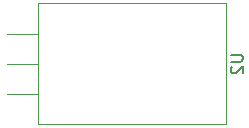
<source format=gbr>
G04 #@! TF.FileFunction,Legend,Bot*
%FSLAX46Y46*%
G04 Gerber Fmt 4.6, Leading zero omitted, Abs format (unit mm)*
G04 Created by KiCad (PCBNEW 4.0.4-stable) date 07/19/17 07:42:17*
%MOMM*%
%LPD*%
G01*
G04 APERTURE LIST*
%ADD10C,0.100000*%
%ADD11C,0.120000*%
%ADD12C,0.150000*%
G04 APERTURE END LIST*
D10*
D11*
X157995000Y-105450000D02*
X157995000Y-95210000D01*
X173885000Y-105450000D02*
X173885000Y-95210000D01*
X173885000Y-105450000D02*
X157995000Y-105450000D01*
X173885000Y-95210000D02*
X157995000Y-95210000D01*
X157995000Y-102870000D02*
X155355000Y-102870000D01*
X157995000Y-100330000D02*
X155371000Y-100330000D01*
X157995000Y-97790000D02*
X155371000Y-97790000D01*
D12*
X174337381Y-99568095D02*
X175146905Y-99568095D01*
X175242143Y-99615714D01*
X175289762Y-99663333D01*
X175337381Y-99758571D01*
X175337381Y-99949048D01*
X175289762Y-100044286D01*
X175242143Y-100091905D01*
X175146905Y-100139524D01*
X174337381Y-100139524D01*
X174432619Y-100568095D02*
X174385000Y-100615714D01*
X174337381Y-100710952D01*
X174337381Y-100949048D01*
X174385000Y-101044286D01*
X174432619Y-101091905D01*
X174527857Y-101139524D01*
X174623095Y-101139524D01*
X174765952Y-101091905D01*
X175337381Y-100520476D01*
X175337381Y-101139524D01*
M02*

</source>
